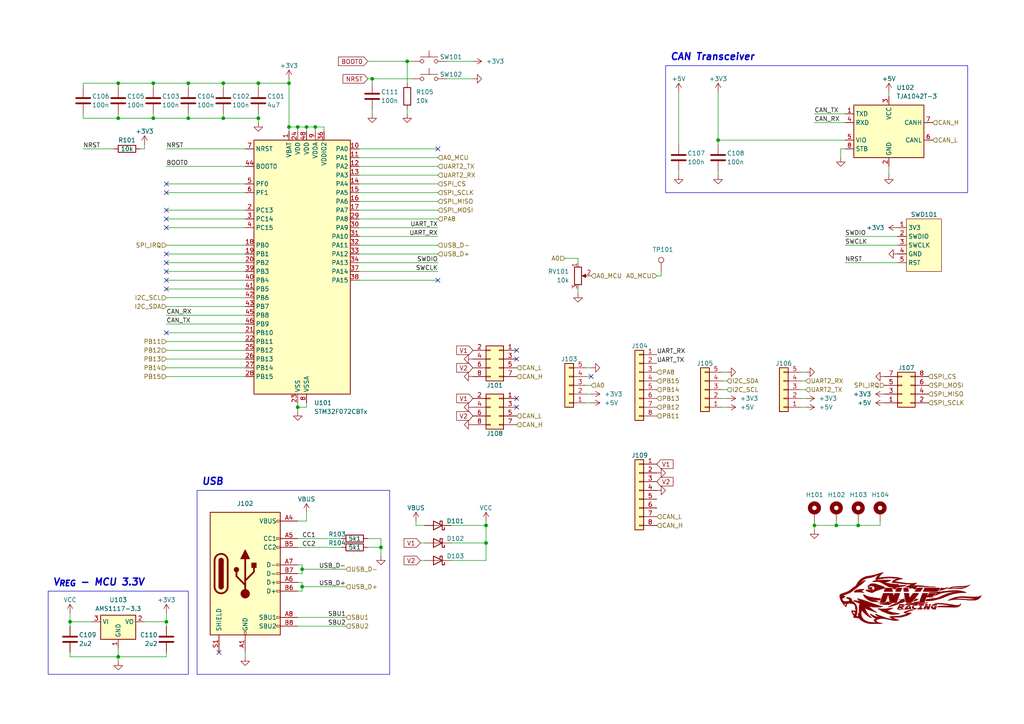
<source format=kicad_sch>
(kicad_sch (version 20230121) (generator eeschema)
  (paper "A4")
  (title_block (title "Small General") (date "2024-02-06") (rev "1") (company "Scott CJX"))
  (lib_symbols
    (symbol "Connector:TestPoint" (pin_numbers hide) (pin_names (offset 0.762) hide)
      (property "Reference" "TP" (at 0 6.858 0))
      (property "Value" "TestPoint" (at 0 5.08 0))
      (symbol "TestPoint_1_1"
        (pin passive line (at 0 0 90) (length 2.54) (name "1") (number "1"))
      )
    )
    (symbol "Connector:USB_C_Receptacle_USB2.0" (pin_names (offset 1.016))
      (property "Reference" "J" (at -10.16 19.05 0))
      (property "Value" "USB_C_Receptacle_USB2.0" (at 19.05 19.05 0))
      (symbol "USB_C_Receptacle_USB2.0_1_1"
        (pin passive line (at 0 -22.86 90) (length 5.08) (name "GND") (number "A1"))
        (pin passive line (at 0 -22.86 90) (length 5.08) hide (name "GND") (number "A12"))
        (pin passive line (at 15.24 15.24 180) (length 5.08) (name "VBUS") (number "A4"))
        (pin bidirectional line (at 15.24 10.16 180) (length 5.08) (name "CC1") (number "A5"))
        (pin bidirectional line (at 15.24 -2.54 180) (length 5.08) (name "D+") (number "A6"))
        (pin bidirectional line (at 15.24 2.54 180) (length 5.08) (name "D-") (number "A7"))
        (pin bidirectional line (at 15.24 -12.7 180) (length 5.08) (name "SBU1") (number "A8"))
        (pin passive line (at 15.24 15.24 180) (length 5.08) hide (name "VBUS") (number "A9"))
        (pin passive line (at 0 -22.86 90) (length 5.08) hide (name "GND") (number "B1"))
        (pin passive line (at 0 -22.86 90) (length 5.08) hide (name "GND") (number "B12"))
        (pin passive line (at 15.24 15.24 180) (length 5.08) hide (name "VBUS") (number "B4"))
        (pin bidirectional line (at 15.24 7.62 180) (length 5.08) (name "CC2") (number "B5"))
        (pin bidirectional line (at 15.24 -5.08 180) (length 5.08) (name "D+") (number "B6"))
        (pin bidirectional line (at 15.24 0 180) (length 5.08) (name "D-") (number "B7"))
        (pin bidirectional line (at 15.24 -15.24 180) (length 5.08) (name "SBU2") (number "B8"))
        (pin passive line (at 15.24 15.24 180) (length 5.08) hide (name "VBUS") (number "B9"))
        (pin passive line (at -7.62 -22.86 90) (length 5.08) (name "SHIELD") (number "S1"))
      )
    )
    (symbol "Connector_Generic:Conn_01x05" (pin_names (offset 1.016) hide)
      (property "Reference" "J" (at 0 7.62 0))
      (property "Value" "Conn_01x05" (at 0 -7.62 0))
      (symbol "Conn_01x05_1_1"
        (pin passive line (at -5.08 5.08 0) (length 3.81) (name "Pin_1") (number "1"))
        (pin passive line (at -5.08 2.54 0) (length 3.81) (name "Pin_2") (number "2"))
        (pin passive line (at -5.08 0 0) (length 3.81) (name "Pin_3") (number "3"))
        (pin passive line (at -5.08 -2.54 0) (length 3.81) (name "Pin_4") (number "4"))
        (pin passive line (at -5.08 -5.08 0) (length 3.81) (name "Pin_5") (number "5"))
      )
    )
    (symbol "Connector_Generic:Conn_01x08" (pin_names (offset 1.016) hide)
      (property "Reference" "J" (at 0 10.16 0))
      (property "Value" "Conn_01x08" (at 0 -12.7 0))
      (symbol "Conn_01x08_1_1"
        (pin passive line (at -5.08 7.62 0) (length 3.81) (name "Pin_1") (number "1"))
        (pin passive line (at -5.08 5.08 0) (length 3.81) (name "Pin_2") (number "2"))
        (pin passive line (at -5.08 2.54 0) (length 3.81) (name "Pin_3") (number "3"))
        (pin passive line (at -5.08 0 0) (length 3.81) (name "Pin_4") (number "4"))
        (pin passive line (at -5.08 -2.54 0) (length 3.81) (name "Pin_5") (number "5"))
        (pin passive line (at -5.08 -5.08 0) (length 3.81) (name "Pin_6") (number "6"))
        (pin passive line (at -5.08 -7.62 0) (length 3.81) (name "Pin_7") (number "7"))
        (pin passive line (at -5.08 -10.16 0) (length 3.81) (name "Pin_8") (number "8"))
      )
    )
    (symbol "Connector_Generic:Conn_02x04_Odd_Even" (pin_names (offset 1.016) hide)
      (property "Reference" "J" (at 1.27 5.08 0))
      (property "Value" "Conn_02x04_Odd_Even" (at 1.27 -7.62 0))
      (symbol "Conn_02x04_Odd_Even_1_1"
        (pin passive line (at -5.08 2.54 0) (length 3.81) (name "Pin_1") (number "1"))
        (pin passive line (at 7.62 2.54 180) (length 3.81) (name "Pin_2") (number "2"))
        (pin passive line (at -5.08 0 0) (length 3.81) (name "Pin_3") (number "3"))
        (pin passive line (at 7.62 0 180) (length 3.81) (name "Pin_4") (number "4"))
        (pin passive line (at -5.08 -2.54 0) (length 3.81) (name "Pin_5") (number "5"))
        (pin passive line (at 7.62 -2.54 180) (length 3.81) (name "Pin_6") (number "6"))
        (pin passive line (at -5.08 -5.08 0) (length 3.81) (name "Pin_7") (number "7"))
        (pin passive line (at 7.62 -5.08 180) (length 3.81) (name "Pin_8") (number "8"))
      )
    )
    (symbol "Device:C" (pin_numbers hide) (pin_names (offset 0.254))
      (property "Reference" "C" (at 0.635 2.54 0))
      (property "Value" "C" (at 0.635 -2.54 0))
      (symbol "C_1_1"
        (pin passive line (at 0 3.81 270) (length 2.794) (name "~") (number "1"))
        (pin passive line (at 0 -3.81 90) (length 2.794) (name "~") (number "2"))
      )
    )
    (symbol "Device:D_Schottky" (pin_numbers hide) (pin_names (offset 1.016) hide)
      (property "Reference" "D" (at 0 2.54 0))
      (property "Value" "D_Schottky" (at 0 -2.54 0))
      (symbol "D_Schottky_1_1"
        (pin passive line (at -3.81 0 0) (length 2.54) (name "K") (number "1"))
        (pin passive line (at 3.81 0 180) (length 2.54) (name "A") (number "2"))
      )
    )
    (symbol "Device:R" (pin_numbers hide) (pin_names (offset 0))
      (property "Reference" "R" (at 2.032 0 90))
      (property "Value" "R" (at 0 0 90))
      (symbol "R_1_1"
        (pin passive line (at 0 3.81 270) (length 1.27) (name "~") (number "1"))
        (pin passive line (at 0 -3.81 90) (length 1.27) (name "~") (number "2"))
      )
    )
    (symbol "Device:R_Potentiometer" (pin_names (offset 1.016) hide)
      (property "Reference" "RV" (at -4.445 0 90))
      (property "Value" "R_Potentiometer" (at -2.54 0 90))
      (symbol "R_Potentiometer_1_1"
        (pin passive line (at 0 3.81 270) (length 1.27) (name "1") (number "1"))
        (pin passive line (at 3.81 0 180) (length 1.27) (name "2") (number "2"))
        (pin passive line (at 0 -3.81 90) (length 1.27) (name "3") (number "3"))
      )
    )
    (symbol "Interface_CAN_LIN:TJA1042T-3"
      (property "Reference" "U" (at -10.16 8.89 0))
      (property "Value" "TJA1042T-3" (at 1.27 8.89 0))
      (symbol "TJA1042T-3_1_1"
        (pin input line (at -12.7 5.08 0) (length 2.54) (name "TXD") (number "1"))
        (pin power_in line (at 0 -10.16 90) (length 2.54) (name "GND") (number "2"))
        (pin power_in line (at 0 10.16 270) (length 2.54) (name "VCC") (number "3"))
        (pin output line (at -12.7 2.54 0) (length 2.54) (name "RXD") (number "4"))
        (pin power_in line (at -12.7 -2.54 0) (length 2.54) (name "VIO") (number "5"))
        (pin bidirectional line (at 12.7 -2.54 180) (length 2.54) (name "CANL") (number "6"))
        (pin bidirectional line (at 12.7 2.54 180) (length 2.54) (name "CANH") (number "7"))
        (pin input line (at -12.7 -5.08 0) (length 2.54) (name "STB") (number "8"))
      )
    )
    (symbol "MCU_ST_STM32F0:STM32F072CBTx"
      (property "Reference" "U" (at -12.7 39.37 0))
      (property "Value" "STM32F072CBTx" (at 10.16 39.37 0))
      (symbol "STM32F072CBTx_1_1"
        (pin power_in line (at -2.54 40.64 270) (length 2.54) (name "VBAT") (number "1"))
        (pin bidirectional line (at 17.78 35.56 180) (length 2.54) (name "PA0") (number "10"))
        (pin bidirectional line (at 17.78 33.02 180) (length 2.54) (name "PA1") (number "11"))
        (pin bidirectional line (at 17.78 30.48 180) (length 2.54) (name "PA2") (number "12"))
        (pin bidirectional line (at 17.78 27.94 180) (length 2.54) (name "PA3") (number "13"))
        (pin bidirectional line (at 17.78 25.4 180) (length 2.54) (name "PA4") (number "14"))
        (pin bidirectional line (at 17.78 22.86 180) (length 2.54) (name "PA5") (number "15"))
        (pin bidirectional line (at 17.78 20.32 180) (length 2.54) (name "PA6") (number "16"))
        (pin bidirectional line (at 17.78 17.78 180) (length 2.54) (name "PA7") (number "17"))
        (pin bidirectional line (at -15.24 7.62 0) (length 2.54) (name "PB0") (number "18"))
        (pin bidirectional line (at -15.24 5.08 0) (length 2.54) (name "PB1") (number "19"))
        (pin bidirectional line (at -15.24 17.78 0) (length 2.54) (name "PC13") (number "2"))
        (pin bidirectional line (at -15.24 2.54 0) (length 2.54) (name "PB2") (number "20"))
        (pin bidirectional line (at -15.24 -17.78 0) (length 2.54) (name "PB10") (number "21"))
        (pin bidirectional line (at -15.24 -20.32 0) (length 2.54) (name "PB11") (number "22"))
        (pin power_in line (at 0 -38.1 90) (length 2.54) (name "VSS") (number "23"))
        (pin power_in line (at 0 40.64 270) (length 2.54) (name "VDD") (number "24"))
        (pin bidirectional line (at -15.24 -22.86 0) (length 2.54) (name "PB12") (number "25"))
        (pin bidirectional line (at -15.24 -25.4 0) (length 2.54) (name "PB13") (number "26"))
        (pin bidirectional line (at -15.24 -27.94 0) (length 2.54) (name "PB14") (number "27"))
        (pin bidirectional line (at -15.24 -30.48 0) (length 2.54) (name "PB15") (number "28"))
        (pin bidirectional line (at 17.78 15.24 180) (length 2.54) (name "PA8") (number "29"))
        (pin bidirectional line (at -15.24 15.24 0) (length 2.54) (name "PC14") (number "3"))
        (pin bidirectional line (at 17.78 12.7 180) (length 2.54) (name "PA9") (number "30"))
        (pin bidirectional line (at 17.78 10.16 180) (length 2.54) (name "PA10") (number "31"))
        (pin bidirectional line (at 17.78 7.62 180) (length 2.54) (name "PA11") (number "32"))
        (pin bidirectional line (at 17.78 5.08 180) (length 2.54) (name "PA12") (number "33"))
        (pin bidirectional line (at 17.78 2.54 180) (length 2.54) (name "PA13") (number "34"))
        (pin passive line (at 0 -38.1 90) (length 2.54) hide (name "VSS") (number "35"))
        (pin power_in line (at 7.62 40.64 270) (length 2.54) (name "VDDIO2") (number "36"))
        (pin bidirectional line (at 17.78 0 180) (length 2.54) (name "PA14") (number "37"))
        (pin bidirectional line (at 17.78 -2.54 180) (length 2.54) (name "PA15") (number "38"))
        (pin bidirectional line (at -15.24 0 0) (length 2.54) (name "PB3") (number "39"))
        (pin bidirectional line (at -15.24 12.7 0) (length 2.54) (name "PC15") (number "4"))
        (pin bidirectional line (at -15.24 -2.54 0) (length 2.54) (name "PB4") (number "40"))
        (pin bidirectional line (at -15.24 -5.08 0) (length 2.54) (name "PB5") (number "41"))
        (pin bidirectional line (at -15.24 -7.62 0) (length 2.54) (name "PB6") (number "42"))
        (pin bidirectional line (at -15.24 -10.16 0) (length 2.54) (name "PB7") (number "43"))
        (pin input line (at -15.24 30.48 0) (length 2.54) (name "BOOT0") (number "44"))
        (pin bidirectional line (at -15.24 -12.7 0) (length 2.54) (name "PB8") (number "45"))
        (pin bidirectional line (at -15.24 -15.24 0) (length 2.54) (name "PB9") (number "46"))
        (pin passive line (at 0 -38.1 90) (length 2.54) hide (name "VSS") (number "47"))
        (pin power_in line (at 2.54 40.64 270) (length 2.54) (name "VDD") (number "48"))
        (pin bidirectional line (at -15.24 25.4 0) (length 2.54) (name "PF0") (number "5"))
        (pin bidirectional line (at -15.24 22.86 0) (length 2.54) (name "PF1") (number "6"))
        (pin input line (at -15.24 35.56 0) (length 2.54) (name "NRST") (number "7"))
        (pin power_in line (at 2.54 -38.1 90) (length 2.54) (name "VSSA") (number "8"))
        (pin power_in line (at 5.08 40.64 270) (length 2.54) (name "VDDA") (number "9"))
      )
    )
    (symbol "Mechanical:MountingHole_Pad" (pin_numbers hide) (pin_names (offset 1.016) hide)
      (property "Reference" "H" (at 0 6.35 0))
      (property "Value" "MountingHole_Pad" (at 0 4.445 0))
      (symbol "MountingHole_Pad_1_1"
        (pin input line (at 0 -2.54 90) (length 2.54) (name "1") (number "1"))
      )
    )
    (symbol "NVF-Kicad:NVF-Logo" (pin_names (offset 1.016)))
    (symbol "NVF-Kicad:SWD_Breakout_Minimal"
      (property "Reference" "SWD" (at 0 8.89 0))
      (symbol "SWD_Breakout_Minimal_1_1"
        (pin input line (at -7.62 5.08 0) (length 2.54) (name "3V3") (number "1"))
        (pin input line (at -7.62 2.54 0) (length 2.54) (name "SWDIO") (number "2"))
        (pin input line (at -7.62 0 0) (length 2.54) (name "SWCLK") (number "3"))
        (pin input line (at -7.62 -2.54 0) (length 2.54) (name "GND") (number "4"))
        (pin input line (at -7.62 -5.08 0) (length 2.54) (name "RST") (number "5"))
      )
    )
    (symbol "Regulator_Linear:AMS1117-3.3"
      (property "Reference" "U" (at -3.81 3.175 0))
      (property "Value" "AMS1117-3.3" (at 0 3.175 0))
      (symbol "AMS1117-3.3_1_1"
        (pin power_in line (at 0 -7.62 90) (length 2.54) (name "GND") (number "1"))
        (pin power_out line (at 7.62 0 180) (length 2.54) (name "VO") (number "2"))
        (pin power_in line (at -7.62 0 0) (length 2.54) (name "VI") (number "3"))
      )
    )
    (symbol "Switch:SW_Push" (pin_numbers hide) (pin_names (offset 1.016) hide)
      (property "Reference" "SW" (at 1.27 2.54 0))
      (property "Value" "SW_Push" (at 0 -1.524 0))
      (symbol "SW_Push_0_1"
        (pin passive line (at -5.08 0 0) (length 2.54) (name "1") (number "1"))
        (pin passive line (at 5.08 0 180) (length 2.54) (name "2") (number "2"))
      )
    )
    (symbol "power:+3V3" (power) (pin_names (offset 0))
      (property "Value" "+3V3" (at 0 3.556 0))
      (symbol "+3V3_1_1"
        (pin power_in line (at 0 0 90) (length 0) hide (name "+3V3") (number "1"))
      )
    )
    (symbol "power:+5V" (power) (pin_names (offset 0))
      (property "Value" "+5V" (at 0 3.556 0))
      (symbol "+5V_1_1"
        (pin power_in line (at 0 0 90) (length 0) hide (name "+5V") (number "1"))
      )
    )
    (symbol "power:GND" (power) (pin_names (offset 0))
      (property "Value" "GND" (at 0 -3.81 0))
      (symbol "GND_1_1"
        (pin power_in line (at 0 0 270) (length 0) hide (name "GND") (number "1"))
      )
    )
    (symbol "power:VBUS" (power) (pin_names (offset 0))
      (property "Value" "VBUS" (at 0 3.81 0))
      (symbol "VBUS_1_1"
        (pin power_in line (at 0 0 90) (length 0) hide (name "VBUS") (number "1"))
      )
    )
    (symbol "power:VCC" (power) (pin_names (offset 0))
      (property "Value" "VCC" (at 0 3.81 0))
      (symbol "VCC_1_1"
        (pin power_in line (at 0 0 90) (length 0) hide (name "VCC") (number "1"))
      )
    )
  )
  (junction (at 87.63 165.1))
  (junction (at 88.9 36.83))
  (junction (at 44.45 24.13))
  (junction (at 208.28 40.64))
  (junction (at 64.77 24.13))
  (junction (at 34.29 24.13))
  (junction (at 83.82 36.83))
  (junction (at 248.92 152.4))
  (junction (at 83.82 24.13))
  (junction (at 48.26 180.34))
  (junction (at 140.97 157.48))
  (junction (at 91.44 36.83))
  (junction (at 74.93 34.29))
  (junction (at 54.61 34.29))
  (junction (at 86.36 36.83))
  (junction (at 87.63 170.18))
  (junction (at 74.93 24.13))
  (junction (at 118.11 17.78))
  (junction (at 107.95 22.86))
  (junction (at 44.45 34.29))
  (junction (at 34.29 190.5))
  (junction (at 34.29 34.29))
  (junction (at 242.57 152.4))
  (junction (at 54.61 24.13))
  (junction (at 140.97 152.4))
  (junction (at 20.32 180.34))
  (junction (at 110.49 158.75))
  (junction (at 86.36 118.11))
  (junction (at 64.77 34.29))
  (junction (at 236.22 152.4))
  (no_connect (at 171.45 109.22))
  (no_connect (at 48.26 96.52))
  (no_connect (at 127 43.18))
  (no_connect (at 48.26 73.66))
  (no_connect (at 149.86 101.6))
  (no_connect (at 48.26 76.2))
  (no_connect (at 149.86 118.11))
  (no_connect (at 149.86 104.14))
  (no_connect (at 48.26 60.96))
  (no_connect (at 48.26 53.34))
  (no_connect (at 48.26 78.74))
  (no_connect (at 48.26 83.82))
  (no_connect (at 48.26 55.88))
  (no_connect (at 127 81.28))
  (no_connect (at 48.26 81.28))
  (no_connect (at 149.86 115.57))
  (no_connect (at 48.26 63.5))
  (no_connect (at 48.26 66.04))
  (no_connect (at 63.5 189.23))
  (wire (pts (xy 233.68 115.57) (xy 232.41 115.57)))
  (wire (pts (xy 104.14 60.96) (xy 127 60.96)))
  (wire (pts (xy 104.14 50.8) (xy 127 50.8)))
  (wire (pts (xy 210.82 115.57) (xy 209.55 115.57)))
  (wire (pts (xy 245.11 76.2) (xy 260.35 76.2)))
  (wire (pts (xy 34.29 34.29) (xy 34.29 33.02)))
  (wire (pts (xy 48.26 99.06) (xy 71.12 99.06)))
  (wire (pts (xy 120.65 152.4) (xy 123.19 152.4)))
  (wire (pts (xy 245.11 68.58) (xy 260.35 68.58)))
  (wire (pts (xy 106.68 158.75) (xy 110.49 158.75)))
  (wire (pts (xy 48.26 104.14) (xy 71.12 104.14)))
  (wire (pts (xy 209.55 113.03) (xy 210.82 113.03)))
  (wire (pts (xy 110.49 156.21) (xy 110.49 158.75)))
  (wire (pts (xy 24.13 24.13) (xy 24.13 25.4)))
  (wire (pts (xy 106.68 17.78) (xy 118.11 17.78)))
  (wire (pts (xy 83.82 36.83) (xy 83.82 38.1)))
  (wire (pts (xy 236.22 152.4) (xy 236.22 151.13)))
  (wire (pts (xy 86.36 151.13) (xy 88.9 151.13)))
  (wire (pts (xy 171.45 116.84) (xy 170.18 116.84)))
  (wire (pts (xy 245.11 71.12) (xy 260.35 71.12)))
  (wire (pts (xy 48.26 78.74) (xy 71.12 78.74)))
  (wire (pts (xy 86.36 116.84) (xy 86.36 118.11)))
  (wire (pts (xy 87.63 165.1) (xy 100.33 165.1)))
  (wire (pts (xy 118.11 17.78) (xy 119.38 17.78)))
  (wire (pts (xy 233.68 118.11) (xy 232.41 118.11)))
  (wire (pts (xy 191.77 78.74) (xy 191.77 80.01)))
  (wire (pts (xy 74.93 24.13) (xy 74.93 25.4)))
  (wire (pts (xy 44.45 34.29) (xy 44.45 33.02)))
  (wire (pts (xy 83.82 24.13) (xy 83.82 36.83)))
  (wire (pts (xy 87.63 170.18) (xy 87.63 171.45)))
  (wire (pts (xy 104.14 66.04) (xy 127 66.04)))
  (wire (pts (xy 88.9 36.83) (xy 91.44 36.83)))
  (wire (pts (xy 118.11 24.13) (xy 118.11 17.78)))
  (wire (pts (xy 257.81 26.67) (xy 257.81 27.94)))
  (wire (pts (xy 64.77 34.29) (xy 64.77 33.02)))
  (wire (pts (xy 48.26 101.6) (xy 71.12 101.6)))
  (wire (pts (xy 48.26 177.8) (xy 48.26 180.34)))
  (wire (pts (xy 171.45 106.68) (xy 170.18 106.68)))
  (wire (pts (xy 104.14 55.88) (xy 127 55.88)))
  (wire (pts (xy 107.95 22.86) (xy 107.95 24.13)))
  (wire (pts (xy 170.18 111.76) (xy 171.45 111.76)))
  (wire (pts (xy 86.36 156.21) (xy 99.06 156.21)))
  (wire (pts (xy 48.26 93.98) (xy 71.12 93.98)))
  (wire (pts (xy 121.92 157.48) (xy 123.19 157.48)))
  (wire (pts (xy 48.26 63.5) (xy 71.12 63.5)))
  (wire (pts (xy 83.82 36.83) (xy 86.36 36.83)))
  (wire (pts (xy 88.9 118.11) (xy 86.36 118.11)))
  (wire (pts (xy 48.26 190.5) (xy 48.26 189.23)))
  (wire (pts (xy 87.63 171.45) (xy 86.36 171.45)))
  (wire (pts (xy 210.82 107.95) (xy 209.55 107.95)))
  (wire (pts (xy 255.27 152.4) (xy 255.27 151.13)))
  (wire (pts (xy 86.36 158.75) (xy 99.06 158.75)))
  (wire (pts (xy 20.32 189.23) (xy 20.32 190.5)))
  (wire (pts (xy 24.13 34.29) (xy 34.29 34.29)))
  (wire (pts (xy 121.92 162.56) (xy 123.19 162.56)))
  (wire (pts (xy 54.61 24.13) (xy 64.77 24.13)))
  (wire (pts (xy 71.12 189.23) (xy 71.12 190.5)))
  (wire (pts (xy 48.26 91.44) (xy 71.12 91.44)))
  (wire (pts (xy 54.61 24.13) (xy 54.61 25.4)))
  (wire (pts (xy 196.85 26.67) (xy 196.85 41.91)))
  (wire (pts (xy 104.14 81.28) (xy 127 81.28)))
  (wire (pts (xy 104.14 76.2) (xy 127 76.2)))
  (wire (pts (xy 48.26 88.9) (xy 71.12 88.9)))
  (wire (pts (xy 208.28 49.53) (xy 208.28 50.8)))
  (wire (pts (xy 104.14 58.42) (xy 127 58.42)))
  (wire (pts (xy 87.63 163.83) (xy 87.63 165.1)))
  (wire (pts (xy 104.14 53.34) (xy 127 53.34)))
  (wire (pts (xy 86.36 36.83) (xy 86.36 38.1)))
  (wire (pts (xy 243.84 45.72) (xy 243.84 43.18)))
  (wire (pts (xy 86.36 181.61) (xy 100.33 181.61)))
  (wire (pts (xy 86.36 163.83) (xy 87.63 163.83)))
  (wire (pts (xy 129.54 17.78) (xy 137.16 17.78)))
  (wire (pts (xy 163.83 74.93) (xy 167.64 74.93)))
  (wire (pts (xy 248.92 152.4) (xy 248.92 151.13)))
  (wire (pts (xy 48.26 81.28) (xy 71.12 81.28)))
  (wire (pts (xy 236.22 35.56) (xy 245.11 35.56)))
  (wire (pts (xy 243.84 43.18) (xy 245.11 43.18)))
  (wire (pts (xy 34.29 190.5) (xy 34.29 191.77)))
  (wire (pts (xy 41.91 43.18) (xy 40.64 43.18)))
  (wire (pts (xy 74.93 34.29) (xy 74.93 35.56)))
  (wire (pts (xy 34.29 24.13) (xy 34.29 25.4)))
  (wire (pts (xy 41.91 180.34) (xy 48.26 180.34)))
  (wire (pts (xy 104.14 78.74) (xy 127 78.74)))
  (wire (pts (xy 104.14 71.12) (xy 127 71.12)))
  (wire (pts (xy 130.81 152.4) (xy 140.97 152.4)))
  (wire (pts (xy 26.67 180.34) (xy 20.32 180.34)))
  (wire (pts (xy 242.57 152.4) (xy 242.57 151.13)))
  (wire (pts (xy 24.13 34.29) (xy 24.13 33.02)))
  (wire (pts (xy 87.63 165.1) (xy 87.63 166.37)))
  (wire (pts (xy 106.68 22.86) (xy 107.95 22.86)))
  (wire (pts (xy 20.32 177.8) (xy 20.32 180.34)))
  (wire (pts (xy 48.26 71.12) (xy 71.12 71.12)))
  (wire (pts (xy 93.98 36.83) (xy 93.98 38.1)))
  (wire (pts (xy 87.63 168.91) (xy 87.63 170.18)))
  (wire (pts (xy 91.44 36.83) (xy 91.44 38.1)))
  (wire (pts (xy 48.26 106.68) (xy 71.12 106.68)))
  (wire (pts (xy 48.26 109.22) (xy 71.12 109.22)))
  (wire (pts (xy 107.95 31.75) (xy 107.95 33.02)))
  (wire (pts (xy 34.29 187.96) (xy 34.29 190.5)))
  (wire (pts (xy 104.14 43.18) (xy 127 43.18)))
  (wire (pts (xy 34.29 190.5) (xy 48.26 190.5)))
  (wire (pts (xy 210.82 118.11) (xy 209.55 118.11)))
  (wire (pts (xy 130.81 162.56) (xy 140.97 162.56)))
  (wire (pts (xy 170.18 109.22) (xy 171.45 109.22)))
  (wire (pts (xy 104.14 73.66) (xy 127 73.66)))
  (wire (pts (xy 233.68 107.95) (xy 232.41 107.95)))
  (wire (pts (xy 104.14 68.58) (xy 127 68.58)))
  (wire (pts (xy 48.26 53.34) (xy 71.12 53.34)))
  (wire (pts (xy 110.49 161.29) (xy 110.49 158.75)))
  (wire (pts (xy 48.26 76.2) (xy 71.12 76.2)))
  (wire (pts (xy 24.13 24.13) (xy 34.29 24.13)))
  (wire (pts (xy 236.22 33.02) (xy 245.11 33.02)))
  (wire (pts (xy 86.36 168.91) (xy 87.63 168.91)))
  (wire (pts (xy 140.97 151.13) (xy 140.97 152.4)))
  (wire (pts (xy 20.32 190.5) (xy 34.29 190.5)))
  (wire (pts (xy 120.65 152.4) (xy 120.65 151.13)))
  (wire (pts (xy 87.63 170.18) (xy 100.33 170.18)))
  (wire (pts (xy 48.26 43.18) (xy 71.12 43.18)))
  (wire (pts (xy 209.55 110.49) (xy 210.82 110.49)))
  (wire (pts (xy 236.22 152.4) (xy 242.57 152.4)))
  (wire (pts (xy 48.26 96.52) (xy 71.12 96.52)))
  (wire (pts (xy 167.64 74.93) (xy 167.64 76.2)))
  (wire (pts (xy 86.36 179.07) (xy 100.33 179.07)))
  (wire (pts (xy 20.32 180.34) (xy 20.32 181.61)))
  (wire (pts (xy 44.45 24.13) (xy 44.45 25.4)))
  (wire (pts (xy 48.26 73.66) (xy 71.12 73.66)))
  (wire (pts (xy 34.29 24.13) (xy 44.45 24.13)))
  (wire (pts (xy 208.28 40.64) (xy 208.28 41.91)))
  (wire (pts (xy 140.97 162.56) (xy 140.97 157.48)))
  (wire (pts (xy 242.57 152.4) (xy 248.92 152.4)))
  (wire (pts (xy 86.36 119.38) (xy 86.36 118.11)))
  (wire (pts (xy 54.61 34.29) (xy 64.77 34.29)))
  (wire (pts (xy 48.26 86.36) (xy 71.12 86.36)))
  (wire (pts (xy 64.77 24.13) (xy 64.77 25.4)))
  (wire (pts (xy 48.26 55.88) (xy 71.12 55.88)))
  (wire (pts (xy 107.95 22.86) (xy 119.38 22.86)))
  (wire (pts (xy 34.29 34.29) (xy 44.45 34.29)))
  (wire (pts (xy 74.93 24.13) (xy 83.82 24.13)))
  (wire (pts (xy 86.36 36.83) (xy 88.9 36.83)))
  (wire (pts (xy 64.77 24.13) (xy 74.93 24.13)))
  (wire (pts (xy 257.81 50.8) (xy 257.81 48.26)))
  (wire (pts (xy 208.28 40.64) (xy 245.11 40.64)))
  (wire (pts (xy 88.9 116.84) (xy 88.9 118.11)))
  (wire (pts (xy 171.45 114.3) (xy 170.18 114.3)))
  (wire (pts (xy 54.61 34.29) (xy 54.61 33.02)))
  (wire (pts (xy 104.14 48.26) (xy 127 48.26)))
  (wire (pts (xy 88.9 148.59) (xy 88.9 151.13)))
  (wire (pts (xy 44.45 24.13) (xy 54.61 24.13)))
  (wire (pts (xy 48.26 83.82) (xy 71.12 83.82)))
  (wire (pts (xy 191.77 80.01) (xy 190.5 80.01)))
  (wire (pts (xy 48.26 180.34) (xy 48.26 181.61)))
  (wire (pts (xy 208.28 26.67) (xy 208.28 40.64)))
  (wire (pts (xy 83.82 22.86) (xy 83.82 24.13)))
  (wire (pts (xy 48.26 60.96) (xy 71.12 60.96)))
  (wire (pts (xy 87.63 166.37) (xy 86.36 166.37)))
  (wire (pts (xy 41.91 41.91) (xy 41.91 43.18)))
  (wire (pts (xy 48.26 48.26) (xy 71.12 48.26)))
  (wire (pts (xy 48.26 66.04) (xy 71.12 66.04)))
  (wire (pts (xy 129.54 22.86) (xy 137.16 22.86)))
  (wire (pts (xy 196.85 49.53) (xy 196.85 50.8)))
  (wire (pts (xy 130.81 157.48) (xy 140.97 157.48)))
  (wire (pts (xy 236.22 152.4) (xy 236.22 153.67)))
  (wire (pts (xy 91.44 36.83) (xy 93.98 36.83)))
  (wire (pts (xy 104.14 63.5) (xy 127 63.5)))
  (wire (pts (xy 167.64 83.82) (xy 167.64 85.09)))
  (wire (pts (xy 24.13 43.18) (xy 33.02 43.18)))
  (wire (pts (xy 140.97 157.48) (xy 140.97 152.4)))
  (wire (pts (xy 118.11 31.75) (xy 118.11 33.02)))
  (wire (pts (xy 232.41 113.03) (xy 233.68 113.03)))
  (wire (pts (xy 74.93 34.29) (xy 74.93 33.02)))
  (wire (pts (xy 248.92 152.4) (xy 255.27 152.4)))
  (wire (pts (xy 44.45 34.29) (xy 54.61 34.29)))
  (wire (pts (xy 88.9 36.83) (xy 88.9 38.1)))
  (wire (pts (xy 106.68 156.21) (xy 110.49 156.21)))
  (wire (pts (xy 64.77 34.29) (xy 74.93 34.29)))
  (wire (pts (xy 232.41 110.49) (xy 233.68 110.49)))
  (wire (pts (xy 104.14 45.72) (xy 127 45.72)))
  (rectangle (start 193.04 19.05) (end 280.67 55.88))
  (rectangle (start 13.97 171.45) (end 54.61 195.58))
  (rectangle (start 57.15 142.24) (end 113.03 195.58))
  (text "V_{REG} - MCU 3.3V" (at 15.24 170.18 0) (effects (font (size 2 2) (thickness 0.4) bold italic) (justify left bottom)))
  (text "USB" (at 58.42 140.97 0) (effects (font (size 2 2) (thickness 0.4) bold italic) (justify left bottom)))
  (text "CAN Transceiver" (at 194.31 17.78 0) (effects (font (size 2 2) (thickness 0.4) bold italic) (justify left bottom)))
  (label "UART_RX" (at 190.5 102.87 0))
  (label "SBU1" (at 100.33 179.07 180))
  (label "CAN_RX" (at 48.26 91.44 0))
  (label "SWDIO" (at 245.11 68.58 0))
  (label "SWDIO" (at 127 76.2 180))
  (label "SBU2" (at 100.33 181.61 180))
  (label "USB_D+" (at 100.33 170.18 180))
  (label "USB_D-" (at 100.33 165.1 180))
  (label "NRST" (at 24.13 43.18 0))
  (label "CAN_RX" (at 236.22 35.56 0))
  (label "CAN_TX" (at 236.22 33.02 0))
  (label "NRST" (at 245.11 76.2 0))
  (label "UART_TX" (at 190.5 105.41 0))
  (label "BOOT0" (at 48.26 48.26 0))
  (label "SWCLK" (at 245.11 71.12 0))
  (label "CC2" (at 87.63 158.75 0))
  (label "UART_RX" (at 127 68.58 180))
  (label "CC1" (at 87.63 156.21 0))
  (label "UART_TX" (at 127 66.04 180))
  (label "CAN_TX" (at 48.26 93.98 0))
  (label "SWCLK" (at 127 78.74 180))
  (label "NRST" (at 48.26 43.18 0))
  (global_label "V2" (shape input) (at 121.92 162.56 180) (property "Intersheetrefs" "${INTERSHEET_REFS}" (effects hide)))
  (global_label "V1" (shape input) (at 137.16 115.57 180) (property "Intersheetrefs" "${INTERSHEET_REFS}" (effects hide)))
  (global_label "V2" (shape input) (at 137.16 120.65 180) (property "Intersheetrefs" "${INTERSHEET_REFS}" (effects hide)))
  (global_label "V1" (shape input) (at 190.5 134.62 0) (property "Intersheetrefs" "${INTERSHEET_REFS}" (effects hide)))
  (global_label "BOOT0" (shape input) (at 106.68 17.78 180) (property "Intersheetrefs" "${INTERSHEET_REFS}" (effects hide)))
  (global_label "NRST" (shape input) (at 106.68 22.86 180) (property "Intersheetrefs" "${INTERSHEET_REFS}" (effects hide)))
  (global_label "V1" (shape input) (at 137.16 101.6 180) (property "Intersheetrefs" "${INTERSHEET_REFS}" (effects hide)))
  (global_label "V1" (shape input) (at 121.92 157.48 180) (property "Intersheetrefs" "${INTERSHEET_REFS}" (effects hide)))
  (global_label "V2" (shape input) (at 190.5 139.7 0) (property "Intersheetrefs" "${INTERSHEET_REFS}" (effects hide)))
  (global_label "V2" (shape input) (at 137.16 106.68 180) (property "Intersheetrefs" "${INTERSHEET_REFS}" (effects hide)))
  (hierarchical_label "I2C_SDA" (shape input) (at 210.82 110.49 0))
  (hierarchical_label "USB_D+" (shape input) (at 100.33 170.18 0))
  (hierarchical_label "SBU2" (shape input) (at 100.33 181.61 0))
  (hierarchical_label "CAN_H" (shape input) (at 149.86 123.19 0))
  (hierarchical_label "UART2_TX" (shape input) (at 233.68 113.03 0))
  (hierarchical_label "USB_D+" (shape input) (at 127 73.66 0))
  (hierarchical_label "PB15" (shape input) (at 48.26 109.22 180))
  (hierarchical_label "SBU1" (shape input) (at 100.33 179.07 0))
  (hierarchical_label "PB13" (shape input) (at 190.5 115.57 0))
  (hierarchical_label "UART2_RX" (shape input) (at 233.68 110.49 0))
  (hierarchical_label "CAN_H" (shape input) (at 190.5 152.4 0))
  (hierarchical_label "PA8" (shape input) (at 127 63.5 0))
  (hierarchical_label "SPI_MISO" (shape input) (at 127 58.42 0))
  (hierarchical_label "CAN_L" (shape input) (at 149.86 106.68 0))
  (hierarchical_label "A0" (shape input) (at 171.45 111.76 0))
  (hierarchical_label "A0" (shape input) (at 163.83 74.93 180))
  (hierarchical_label "CAN_H" (shape input) (at 270.51 35.56 0))
  (hierarchical_label "UART2_TX" (shape input) (at 127 48.26 0))
  (hierarchical_label "PB14" (shape input) (at 190.5 113.03 0))
  (hierarchical_label "SPI_MOSI" (shape input) (at 127 60.96 0))
  (hierarchical_label "A0_MCU" (shape input) (at 127 45.72 0))
  (hierarchical_label "I2C_SCL" (shape input) (at 210.82 113.03 0))
  (hierarchical_label "UART2_RX" (shape input) (at 127 50.8 0))
  (hierarchical_label "CAN_L" (shape input) (at 149.86 120.65 0))
  (hierarchical_label "PB11" (shape input) (at 48.26 99.06 180))
  (hierarchical_label "SPI_MOSI" (shape input) (at 269.24 111.76 0))
  (hierarchical_label "USB_D-" (shape input) (at 100.33 165.1 0))
  (hierarchical_label "SPI_MISO" (shape input) (at 269.24 114.3 0))
  (hierarchical_label "PB15" (shape input) (at 190.5 110.49 0))
  (hierarchical_label "CAN_L" (shape input) (at 190.5 149.86 0))
  (hierarchical_label "I2C_SDA" (shape input) (at 48.26 88.9 180))
  (hierarchical_label "SPI_SCLK" (shape input) (at 127 55.88 0))
  (hierarchical_label "PB12" (shape input) (at 190.5 118.11 0))
  (hierarchical_label "PA8" (shape input) (at 190.5 107.95 0))
  (hierarchical_label "SPI_CS" (shape input) (at 269.24 109.22 0))
  (hierarchical_label "SPI_IRQ" (shape input) (at 256.54 111.76 180))
  (hierarchical_label "SPI_SCLK" (shape input) (at 269.24 116.84 0))
  (hierarchical_label "PB13" (shape input) (at 48.26 104.14 180))
  (hierarchical_label "A0_MCU" (shape input) (at 190.5 80.01 180))
  (hierarchical_label "I2C_SCL" (shape input) (at 48.26 86.36 180))
  (hierarchical_label "PB12" (shape input) (at 48.26 101.6 180))
  (hierarchical_label "CAN_H" (shape input) (at 149.86 109.22 0))
  (hierarchical_label "PB14" (shape input) (at 48.26 106.68 180))
  (hierarchical_label "PB11" (shape input) (at 190.5 120.65 0))
  (hierarchical_label "USB_D-" (shape input) (at 127 71.12 0))
  (hierarchical_label "SPI_CS" (shape input) (at 127 53.34 0))
  (hierarchical_label "A0_MCU" (shape input) (at 171.45 80.01 0))
  (hierarchical_label "SPI_IRQ" (shape input) (at 48.26 71.12 180))
  (hierarchical_label "CAN_L" (shape input) (at 270.51 40.64 0))
  (symbol (lib_id "Device:C") (at 20.32 185.42 0) (unit 1)
    (property "Reference" "C109" (at 22.86 184.15 0) (effects (justify left)))
    (property "Value" "2u2" (at 22.86 186.69 0) (effects (justify left)))
    (property "Footprint" "Capacitor_SMD:C_0805_2012Metric" (effects hide))
    (property "LCSC" "C377773" (effects hide))
  )
  (symbol (lib_id "power:GND") (at 107.95 33.02 0) (unit 1)
    (property "Reference" "#PWR0133" (effects hide))
    (property "Value" "GND" (effects hide))
  )
  (symbol (lib_id "Mechanical:MountingHole_Pad") (at 236.22 148.59 0) (unit 1)
    (property "Reference" "H101" (at 233.68 143.51 0) (effects (justify left)))
    (property "Value" "MountingHole_Pad" (effects hide))
    (property "Footprint" "-" (effects hide))
    (property "LCSC" "-" (effects hide))
  )
  (symbol (lib_id "Connector_Generic:Conn_01x05") (at 204.47 113.03 180) (unit 1)
    (property "Reference" "J105" (at 204.47 105.41 0))
    (property "Value" "PH_01x05V-H" (effects hide))
    (property "Footprint" "NVF-Kicad:PH_01x05H-H" (effects hide))
    (property "LCSC" "-" (effects hide))
  )
  (symbol (lib_id "power:GND") (at 137.16 109.22 270) (mirror x) (unit 1)
    (property "Reference" "#PWR0137" (effects hide))
    (property "Value" "GND" (effects hide))
  )
  (symbol (lib_id "power:GND") (at 137.16 118.11 270) (mirror x) (unit 1)
    (property "Reference" "#PWR0148" (effects hide))
    (property "Value" "GND" (effects hide))
  )
  (symbol (lib_id "Device:C") (at 34.29 29.21 0) (unit 1)
    (property "Reference" "C105" (at 36.83 27.94 0) (effects (justify left)))
    (property "Value" "100n" (at 36.83 30.48 0) (effects (justify left)))
    (property "Footprint" "Capacitor_SMD:C_0603_1608Metric" (effects hide))
    (property "LCSC" "C14663" (effects hide))
  )
  (symbol (lib_id "power:GND") (at 137.16 22.86 90) (unit 1)
    (property "Reference" "#PWR0132" (effects hide))
    (property "Value" "GND" (effects hide))
  )
  (symbol (lib_id "Mechanical:MountingHole_Pad") (at 248.92 148.59 0) (unit 1)
    (property "Reference" "H103" (at 246.38 143.51 0) (effects (justify left)))
    (property "Value" "MountingHole_Pad" (effects hide))
    (property "Footprint" "-" (effects hide))
    (property "LCSC" "-" (effects hide))
  )
  (symbol (lib_id "Device:D_Schottky") (at 127 152.4 180) (unit 1)
    (property "Reference" "D101" (at 132.08 151.13 0))
    (property "Value" "SS14" (effects hide))
    (property "Footprint" "Diode_SMD:D_SMA" (effects hide))
    (property "LCSC" "C2480" (effects hide))
  )
  (symbol (lib_id "power:+3V3") (at 210.82 115.57 270) (unit 1)
    (property "Reference" "#PWR0141" (effects hide))
    (property "Value" "+3V3" (at 214.63 115.57 90) (effects (justify left)))
  )
  (symbol (lib_id "Connector_Generic:Conn_01x08") (at 185.42 110.49 0) (mirror y) (unit 1)
    (property "Reference" "J104" (at 187.96 100.33 0) (effects (justify left)))
    (property "Value" "Conn_01x08" (effects hide))
    (property "Footprint" "Connector_PinHeader_2.54mm:PinHeader_1x08_P2.54mm_Vertical" (effects hide))
    (property "LCSC" "-" (effects hide))
  )
  (symbol (lib_id "power:GND") (at 167.64 85.09 0) (unit 1)
    (property "Reference" "#PWR0104" (effects hide))
    (property "Value" "GND" (effects hide))
  )
  (symbol (lib_id "Connector_Generic:Conn_01x05") (at 165.1 111.76 180) (unit 1)
    (property "Reference" "J103" (at 165.1 104.14 0))
    (property "Value" "PH_01x05V-H" (effects hide))
    (property "Footprint" "NVF-Kicad:PH_01x05H-H" (effects hide))
    (property "LCSC" "-" (effects hide))
  )
  (symbol (lib_id "power:GND") (at 34.29 191.77 0) (unit 1)
    (property "Reference" "#PWR0127" (effects hide))
    (property "Value" "GND" (effects hide))
  )
  (symbol (lib_id "Connector_Generic:Conn_02x04_Odd_Even") (at 144.78 104.14 0) (mirror y) (unit 1)
    (property "Reference" "J101" (at 143.51 111.76 0))
    (property "Value" "PHD_02x04V-H" (effects hide))
    (property "Footprint" "NVF-Kicad:PHD_02x04H-H" (effects hide))
    (property "LCSC" "-" (effects hide))
  )
  (symbol (lib_id "Connector:TestPoint") (at 191.77 78.74 0) (unit 1)
    (property "Reference" "TP101" (at 189.23 72.39 0) (effects (justify left)))
    (property "Value" "TestPoint" (effects hide))
    (property "Footprint" "TestPoint:TestPoint_Pad_2.5x2.5mm" (effects hide))
    (property "LCSC" "-" (effects hide))
  )
  (symbol (lib_id "power:+5V") (at 257.81 26.67 0) (unit 1)
    (property "Reference" "#PWR0110" (effects hide))
    (property "Value" "+5V" (at 257.81 22.86 0))
  )
  (symbol (lib_id "power:+3V3") (at 48.26 177.8 0) (unit 1)
    (property "Reference" "#PWR0126" (effects hide))
    (property "Value" "+3V3" (at 48.26 173.99 0))
  )
  (symbol (lib_id "power:GND") (at 236.22 153.67 0) (unit 1)
    (property "Reference" "#PWR0124" (effects hide))
    (property "Value" "GND" (effects hide))
  )
  (symbol (lib_id "power:GND") (at 74.93 35.56 0) (unit 1)
    (property "Reference" "#PWR0102" (effects hide))
    (property "Value" "GND" (effects hide))
  )
  (symbol (lib_id "power:GND") (at 110.49 161.29 0) (unit 1)
    (property "Reference" "#PWR0114" (effects hide))
    (property "Value" "GND" (effects hide))
  )
  (symbol (lib_id "power:VBUS") (at 88.9 148.59 0) (unit 1)
    (property "Reference" "#PWR0113" (effects hide))
    (property "Value" "VBUS" (at 88.9 144.78 0))
  )
  (symbol (lib_id "power:+3V3") (at 83.82 22.86 0) (unit 1)
    (property "Reference" "#PWR0101" (effects hide))
    (property "Value" "+3V3" (at 83.82 19.05 0))
  )
  (symbol (lib_id "Device:D_Schottky") (at 127 162.56 180) (unit 1)
    (property "Reference" "D103" (at 132.08 161.29 0))
    (property "Value" "SS14" (effects hide))
    (property "Footprint" "Diode_SMD:D_SMA" (effects hide))
    (property "LCSC" "C2480" (effects hide))
  )
  (symbol (lib_id "Switch:SW_Push") (at 124.46 17.78 0) (unit 1)
    (property "Reference" "SW101" (at 130.81 16.51 0))
    (property "Value" "SW_Push" (effects hide))
    (property "Footprint" "NVF-Kicad:PushBtn_TS-1187A-B-A-B" (effects hide))
    (property "LCSC" "C318884" (effects hide))
  )
  (symbol (lib_id "power:+3V3") (at 208.28 26.67 0) (unit 1)
    (property "Reference" "#PWR0108" (effects hide))
    (property "Value" "+3V3" (at 208.28 22.86 0))
  )
  (symbol (lib_id "Device:R") (at 102.87 156.21 90) (unit 1)
    (property "Reference" "R103" (at 97.79 154.94 90))
    (property "Value" "5k1" (at 102.87 156.21 90))
    (property "Footprint" "Resistor_SMD:R_0603_1608Metric" (effects hide))
    (property "LCSC" "C23186" (effects hide))
  )
  (symbol (lib_id "Connector_Generic:Conn_02x04_Odd_Even") (at 144.78 118.11 0) (mirror y) (unit 1)
    (property "Reference" "J108" (at 143.51 125.73 0))
    (property "Value" "PHD_02x04V-H" (effects hide))
    (property "Footprint" "NVF-Kicad:PHD_02x04H-H" (effects hide))
    (property "LCSC" "-" (effects hide))
  )
  (symbol (lib_id "power:GND") (at 208.28 50.8 0) (unit 1)
    (property "Reference" "#PWR0121" (effects hide))
    (property "Value" "GND" (effects hide))
  )
  (symbol (lib_id "power:GND") (at 243.84 45.72 0) (unit 1)
    (property "Reference" "#PWR0111" (effects hide))
    (property "Value" "GND" (effects hide))
  )
  (symbol (lib_id "power:+5V") (at 210.82 118.11 270) (unit 1)
    (property "Reference" "#PWR0146" (effects hide))
    (property "Value" "+5V" (at 214.63 118.11 90) (effects (justify left)))
  )
  (symbol (lib_id "NVF-Kicad:NVF-Logo") (at 264.16 177.8 0) (unit 1)
    (property "Reference" "#G101" (effects hide))
    (property "Value" "LOGO" (effects hide))
  )
  (symbol (lib_id "Device:C") (at 48.26 185.42 0) (mirror y) (unit 1)
    (property "Reference" "C110" (at 45.72 184.15 0) (effects (justify left)))
    (property "Value" "2u2" (at 45.72 186.69 0) (effects (justify left)))
    (property "Footprint" "Capacitor_SMD:C_0805_2012Metric" (effects hide))
    (property "LCSC" "C377773" (effects hide))
  )
  (symbol (lib_id "power:+5V") (at 233.68 118.11 270) (unit 1)
    (property "Reference" "#PWR0147" (effects hide))
    (property "Value" "+5V" (at 237.49 118.11 90) (effects (justify left)))
  )
  (symbol (lib_id "power:GND") (at 171.45 106.68 90) (unit 1)
    (property "Reference" "#PWR0109" (effects hide))
    (property "Value" "GND" (effects hide))
  )
  (symbol (lib_id "power:VBUS") (at 120.65 151.13 0) (unit 1)
    (property "Reference" "#PWR0116" (effects hide))
    (property "Value" "VBUS" (at 120.65 147.32 0))
  )
  (symbol (lib_id "power:GND") (at 190.5 142.24 90) (unit 1)
    (property "Reference" "#PWR0120" (effects hide))
    (property "Value" "GND" (effects hide))
  )
  (symbol (lib_id "power:GND") (at 196.85 50.8 0) (unit 1)
    (property "Reference" "#PWR0112" (effects hide))
    (property "Value" "GND" (effects hide))
  )
  (symbol (lib_id "Device:C") (at 54.61 29.21 0) (unit 1)
    (property "Reference" "C104" (at 57.15 27.94 0) (effects (justify left)))
    (property "Value" "100n" (at 57.15 30.48 0) (effects (justify left)))
    (property "Footprint" "Capacitor_SMD:C_0603_1608Metric" (effects hide))
    (property "LCSC" "C14663" (effects hide))
  )
  (symbol (lib_id "Mechanical:MountingHole_Pad") (at 242.57 148.59 0) (unit 1)
    (property "Reference" "H102" (at 240.03 143.51 0) (effects (justify left)))
    (property "Value" "MountingHole_Pad" (effects hide))
    (property "Footprint" "-" (effects hide))
    (property "LCSC" "-" (effects hide))
  )
  (symbol (lib_id "power:+3V3") (at 171.45 114.3 270) (unit 1)
    (property "Reference" "#PWR0139" (effects hide))
    (property "Value" "+3V3" (at 175.26 114.3 90) (effects (justify left)))
  )
  (symbol (lib_id "Device:R") (at 118.11 27.94 0) (unit 1)
    (property "Reference" "R105" (at 120.65 26.67 0) (effects (justify left)))
    (property "Value" "10k" (at 120.65 29.21 0) (effects (justify left)))
    (property "Footprint" "Resistor_SMD:R_0603_1608Metric" (effects hide))
    (property "LCSC" "C25804" (effects hide))
  )
  (symbol (lib_id "power:GND") (at 137.16 104.14 270) (mirror x) (unit 1)
    (property "Reference" "#PWR0106" (effects hide))
    (property "Value" "GND" (effects hide))
  )
  (symbol (lib_id "Device:D_Schottky") (at 127 157.48 180) (unit 1)
    (property "Reference" "D102" (at 132.08 156.21 0))
    (property "Value" "SS14" (effects hide))
    (property "Footprint" "Diode_SMD:D_SMA" (effects hide))
    (property "LCSC" "C2480" (effects hide))
  )
  (symbol (lib_id "Switch:SW_Push") (at 124.46 22.86 0) (unit 1)
    (property "Reference" "SW102" (at 130.81 21.59 0))
    (property "Value" "SW_Push" (effects hide))
    (property "Footprint" "NVF-Kicad:PushBtn_TS-1187A-B-A-B" (effects hide))
    (property "LCSC" "C318884" (effects hide))
  )
  (symbol (lib_id "power:+3V3") (at 137.16 17.78 270) (unit 1)
    (property "Reference" "#PWR0131" (effects hide))
    (property "Value" "+3V3" (at 140.97 17.78 90) (effects (justify left)))
  )
  (symbol (lib_id "Connector_Generic:Conn_02x04_Odd_Even") (at 261.62 114.3 0) (mirror x) (unit 1)
    (property "Reference" "J107" (at 262.89 106.68 0))
    (property "Value" "PHD_02x04V-H" (effects hide))
    (property "Footprint" "NVF-Kicad:PHD_02x04H-H" (effects hide))
    (property "LCSC" "-" (effects hide))
  )
  (symbol (lib_id "power:+3V3") (at 233.68 115.57 270) (unit 1)
    (property "Reference" "#PWR0142" (effects hide))
    (property "Value" "+3V3" (at 237.49 115.57 90) (effects (justify left)))
  )
  (symbol (lib_id "Regulator_Linear:AMS1117-3.3") (at 34.29 180.34 0) (unit 1)
    (property "Reference" "U103" (at 34.29 173.99 0))
    (property "Value" "AMS1117-3.3" (at 34.29 176.53 0))
    (property "Footprint" "Package_TO_SOT_SMD:SOT-223-3_TabPin2" (effects hide))
    (property "Datasheet" "http://www.advanced-monolithic.com/pdf/ds1117.pdf" (effects hide))
    (property "LCSC" "C6186" (effects hide))
  )
  (symbol (lib_id "power:+5V") (at 196.85 26.67 0) (unit 1)
    (property "Reference" "#PWR0107" (effects hide))
    (property "Value" "+5V" (at 196.85 22.86 0))
  )
  (symbol (lib_id "Device:C") (at 208.28 45.72 0) (unit 1)
    (property "Reference" "C108" (at 210.82 44.45 0) (effects (justify left)))
    (property "Value" "100n" (at 210.82 46.99 0) (effects (justify left)))
    (property "Footprint" "Capacitor_SMD:C_0603_1608Metric" (effects hide))
    (property "LCSC" "C14663" (effects hide))
  )
  (symbol (lib_id "power:GND") (at 257.81 50.8 0) (unit 1)
    (property "Reference" "#PWR0122" (effects hide))
    (property "Value" "GND" (effects hide))
  )
  (symbol (lib_id "Connector_Generic:Conn_01x08") (at 185.42 142.24 0) (mirror y) (unit 1)
    (property "Reference" "J109" (at 187.96 132.08 0) (effects (justify left)))
    (property "Value" "Conn_01x08" (effects hide))
    (property "Footprint" "Connector_PinHeader_2.54mm:PinHeader_1x08_P2.54mm_Vertical" (effects hide))
    (property "LCSC" "-" (effects hide))
  )
  (symbol (lib_id "power:GND") (at 210.82 107.95 90) (unit 1)
    (property "Reference" "#PWR0130" (effects hide))
    (property "Value" "GND" (effects hide))
  )
  (symbol (lib_id "power:GND") (at 190.5 137.16 90) (unit 1)
    (property "Reference" "#PWR0119" (effects hide))
    (property "Value" "GND" (effects hide))
  )
  (symbol (lib_id "Device:C") (at 24.13 29.21 0) (unit 1)
    (property "Reference" "C106" (at 26.67 27.94 0) (effects (justify left)))
    (property "Value" "100n" (at 26.67 30.48 0) (effects (justify left)))
    (property "Footprint" "Capacitor_SMD:C_0603_1608Metric" (effects hide))
    (property "LCSC" "C14663" (effects hide))
  )
  (symbol (lib_id "Mechanical:MountingHole_Pad") (at 255.27 148.59 0) (unit 1)
    (property "Reference" "H104" (at 252.73 143.51 0) (effects (justify left)))
    (property "Value" "MountingHole_Pad" (effects hide))
    (property "Footprint" "-" (effects hide))
    (property "LCSC" "-" (effects hide))
  )
  (symbol (lib_id "power:GND") (at 137.16 123.19 270) (mirror x) (unit 1)
    (property "Reference" "#PWR0149" (effects hide))
    (property "Value" "GND" (effects hide))
  )
  (symbol (lib_id "Device:C") (at 196.85 45.72 0) (unit 1)
    (property "Reference" "C107" (at 199.39 44.45 0) (effects (justify left)))
    (property "Value" "100n" (at 199.39 46.99 0) (effects (justify left)))
    (property "Footprint" "Capacitor_SMD:C_0603_1608Metric" (effects hide))
    (property "LCSC" "C14663" (effects hide))
  )
  (symbol (lib_id "Device:R_Potentiometer") (at 167.64 80.01 0) (unit 1)
    (property "Reference" "RV101" (at 165.1 78.74 0) (effects (justify right)))
    (property "Value" "10k" (at 165.1 81.28 0) (effects (justify right)))
    (property "Footprint" "NVF-Kicad:RV_Bourns_3362" (effects hide))
    (property "LCSC" "C58159" (effects hide))
  )
  (symbol (lib_id "Device:C") (at 74.93 29.21 0) (unit 1)
    (property "Reference" "C101" (at 77.47 27.94 0) (effects (justify left)))
    (property "Value" "4u7" (at 77.47 30.48 0) (effects (justify left)))
    (property "Footprint" "Capacitor_SMD:C_0805_2012Metric" (effects hide))
    (property "LCSC" "C1779" (effects hide))
  )
  (symbol (lib_id "power:VCC") (at 140.97 151.13 0) (unit 1)
    (property "Reference" "#PWR0125" (effects hide))
    (property "Value" "VCC" (at 140.97 147.32 0))
  )
  (symbol (lib_id "power:GND") (at 233.68 107.95 90) (unit 1)
    (property "Reference" "#PWR0135" (effects hide))
    (property "Value" "GND" (effects hide))
  )
  (symbol (lib_id "power:GND") (at 86.36 119.38 0) (unit 1)
    (property "Reference" "#PWR0103" (effects hide))
    (property "Value" "GND" (effects hide))
  )
  (symbol (lib_id "power:GND") (at 256.54 109.22 270) (mirror x) (unit 1)
    (property "Reference" "#PWR0136" (effects hide))
    (property "Value" "GND" (effects hide))
  )
  (symbol (lib_id "Interface_CAN_LIN:TJA1042T-3") (at 257.81 38.1 0) (unit 1)
    (property "Reference" "U102" (at 260.0041 25.4 0) (effects (justify left)))
    (property "Value" "TJA1042T-3" (at 260.0041 27.94 0) (effects (justify left)))
    (property "Footprint" "Package_SO:SOIC-8_3.9x4.9mm_P1.27mm" (effects hide))
    (property "Datasheet" "http://www.nxp.com/docs/en/data-sheet/TJA1042.pdf" (effects hide))
    (property "LCSC" "C132227" (effects hide))
  )
  (symbol (lib_id "power:GND") (at 71.12 190.5 0) (unit 1)
    (property "Reference" "#PWR0115" (effects hide))
    (property "Value" "GND" (effects hide))
  )
  (symbol (lib_id "Device:C") (at 107.95 27.94 0) (unit 1)
    (property "Reference" "C111" (at 110.49 26.67 0) (effects (justify left)))
    (property "Value" "100n" (at 110.49 29.21 0) (effects (justify left)))
    (property "Footprint" "Capacitor_SMD:C_0603_1608Metric" (effects hide))
    (property "LCSC" "C14663" (effects hide))
  )
  (symbol (lib_id "power:+5V") (at 256.54 116.84 90) (mirror x) (unit 1)
    (property "Reference" "#PWR0143" (effects hide))
    (property "Value" "+5V" (at 252.73 116.84 90) (effects (justify left)))
  )
  (symbol (lib_id "Connector_Generic:Conn_01x05") (at 227.33 113.03 180) (unit 1)
    (property "Reference" "J106" (at 227.33 105.41 0))
    (property "Value" "PH_01x05V-H" (effects hide))
    (property "Footprint" "NVF-Kicad:PH_01x05H-H" (effects hide))
    (property "LCSC" "-" (effects hide))
  )
  (symbol (lib_id "power:+3V3") (at 260.35 66.04 90) (unit 1)
    (property "Reference" "#PWR0117" (effects hide))
    (property "Value" "+3V3" (at 256.54 66.04 90) (effects (justify left)))
  )
  (symbol (lib_id "power:+3V3") (at 41.91 41.91 0) (unit 1)
    (property "Reference" "#PWR0123" (effects hide))
    (property "Value" "+3V3" (at 41.91 38.1 0))
  )
  (symbol (lib_id "NVF-Kicad:SWD_Breakout_Minimal") (at 267.97 71.12 0) (unit 1)
    (property "Reference" "SWD101" (at 264.16 62.23 0) (effects (justify left)))
    (property "Value" "SWD_Breakout_Minimal" (effects hide))
    (property "Footprint" "NVF-Kicad:PH_01x05H-H" (effects hide))
    (property "LCSC" "-" (effects hide))
  )
  (symbol (lib_id "power:GND") (at 118.11 33.02 0) (unit 1)
    (property "Reference" "#PWR0134" (effects hide))
    (property "Value" "GND" (effects hide))
  )
  (symbol (lib_id "power:VCC") (at 20.32 177.8 0) (unit 1)
    (property "Reference" "#PWR0105" (effects hide))
    (property "Value" "VCC" (at 20.32 173.99 0))
  )
  (symbol (lib_id "power:GND") (at 260.35 73.66 270) (mirror x) (unit 1)
    (property "Reference" "#PWR0118" (effects hide))
    (property "Value" "GND" (effects hide))
  )
  (symbol (lib_id "MCU_ST_STM32F0:STM32F072CBTx") (at 86.36 78.74 0) (unit 1)
    (property "Reference" "U101" (at 91.0941 116.84 0) (effects (justify left)))
    (property "Value" "STM32F072CBTx" (at 91.0941 119.38 0) (effects (justify left)))
    (property "Footprint" "Package_QFP:LQFP-48_7x7mm_P0.5mm" (effects hide))
    (property "Datasheet" "https://www.st.com/resource/en/datasheet/stm32f072cb.pdf" (effects hide))
    (property "LCSC" "C81720" (effects hide))
  )
  (symbol (lib_id "power:+3V3") (at 256.54 114.3 90) (mirror x) (unit 1)
    (property "Reference" "#PWR0138" (effects hide))
    (property "Value" "+3V3" (at 252.73 114.3 90) (effects (justify left)))
  )
  (symbol (lib_id "power:+5V") (at 171.45 116.84 270) (unit 1)
    (property "Reference" "#PWR0144" (effects hide))
    (property "Value" "+5V" (at 175.26 116.84 90) (effects (justify left)))
  )
  (symbol (lib_id "Connector:USB_C_Receptacle_USB2.0") (at 71.12 166.37 0) (unit 1)
    (property "Reference" "J102" (at 71.12 146.05 0))
    (property "Value" "USB_C" (effects hide))
    (property "Footprint" "NVF-Kicad:USBC_HRO_TYPE-C-31-M-12" (effects hide))
    (property "Datasheet" "https://www.usb.org/sites/default/files/documents/usb_type-c.zip" (effects hide))
    (property "LCSC" "C165948" (effects hide))
  )
  (symbol (lib_id "Device:C") (at 64.77 29.21 0) (unit 1)
    (property "Reference" "C102" (at 67.31 27.94 0) (effects (justify left)))
    (property "Value" "100n" (at 67.31 30.48 0) (effects (justify left)))
    (property "Footprint" "Capacitor_SMD:C_0603_1608Metric" (effects hide))
    (property "LCSC" "C14663" (effects hide))
  )
  (symbol (lib_id "Device:C") (at 44.45 29.21 0) (unit 1)
    (property "Reference" "C103" (at 46.99 27.94 0) (effects (justify left)))
    (property "Value" "100n" (at 46.99 30.48 0) (effects (justify left)))
    (property "Footprint" "Capacitor_SMD:C_0603_1608Metric" (effects hide))
    (property "LCSC" "C14663" (effects hide))
  )
  (symbol (lib_id "Device:R") (at 102.87 158.75 90) (unit 1)
    (property "Reference" "R104" (at 97.79 157.48 90))
    (property "Value" "5k1" (at 102.87 158.75 90))
    (property "Footprint" "Resistor_SMD:R_0603_1608Metric" (effects hide))
    (property "LCSC" "C23186" (effects hide))
  )
  (symbol (lib_id "Device:R") (at 36.83 43.18 90) (unit 1)
    (property "Reference" "R101" (at 36.83 40.64 90))
    (property "Value" "10k" (at 36.83 43.18 90))
    (property "Footprint" "Resistor_SMD:R_0603_1608Metric" (effects hide))
    (property "LCSC" "C25804" (effects hide))
  )
)
</source>
